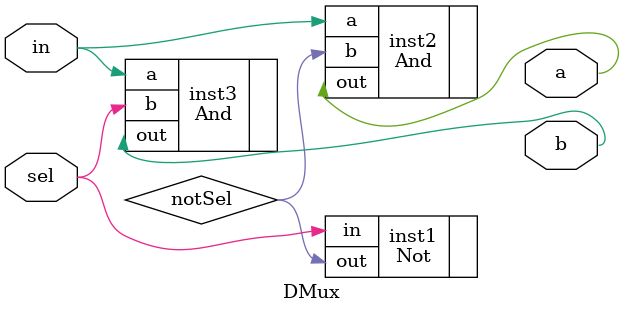
<source format=v>
module DMux (
    input in,
    input sel,
    output a,
    output b
);
    wire notSel;

    Not inst1 (.in(sel), .out(notSel));
    And inst2 (.a(in), .b(notSel), .out(a));
    And inst3 (.a(in), .b(sel), .out(b));
endmodule
</source>
